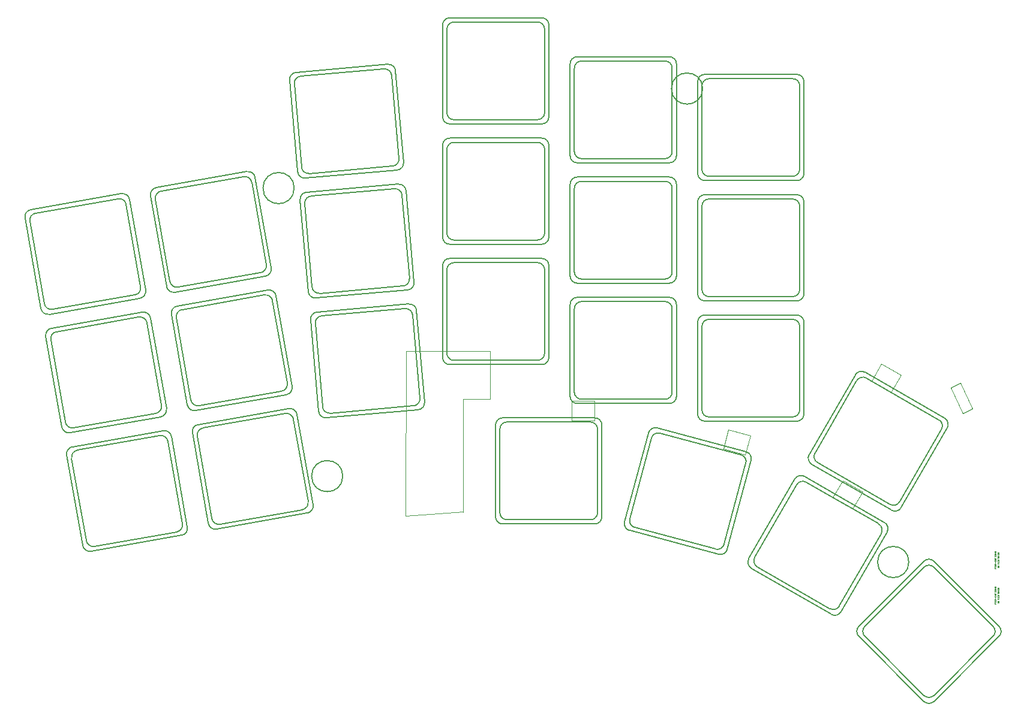
<source format=gbr>
%TF.GenerationSoftware,KiCad,Pcbnew,(6.0.8)*%
%TF.CreationDate,2022-10-10T20:06:03-07:00*%
%TF.ProjectId,hillside46,68696c6c-7369-4646-9534-362e6b696361,0.1.0*%
%TF.SameCoordinates,Original*%
%TF.FileFunction,Other,Comment*%
%FSLAX46Y46*%
G04 Gerber Fmt 4.6, Leading zero omitted, Abs format (unit mm)*
G04 Created by KiCad (PCBNEW (6.0.8)) date 2022-10-10 20:06:03*
%MOMM*%
%LPD*%
G01*
G04 APERTURE LIST*
%ADD10C,0.030000*%
%ADD11C,0.120000*%
%ADD12C,0.150000*%
G04 APERTURE END LIST*
D10*
%TO.C,SW1*%
X213481342Y-119370012D02*
X213281342Y-119370012D01*
X213481342Y-119255726D01*
X213281342Y-119255726D01*
X213481342Y-119131917D02*
X213471818Y-119150964D01*
X213462294Y-119160488D01*
X213443246Y-119170012D01*
X213386104Y-119170012D01*
X213367056Y-119160488D01*
X213357532Y-119150964D01*
X213348008Y-119131917D01*
X213348008Y-119103345D01*
X213357532Y-119084298D01*
X213367056Y-119074774D01*
X213386104Y-119065250D01*
X213443246Y-119065250D01*
X213462294Y-119074774D01*
X213471818Y-119084298D01*
X213481342Y-119103345D01*
X213481342Y-119131917D01*
X213376580Y-118760488D02*
X213376580Y-118827155D01*
X213481342Y-118827155D02*
X213281342Y-118827155D01*
X213281342Y-118731917D01*
X213462294Y-118655726D02*
X213471818Y-118646202D01*
X213481342Y-118655726D01*
X213471818Y-118665250D01*
X213462294Y-118655726D01*
X213481342Y-118655726D01*
X213462294Y-118446202D02*
X213471818Y-118455726D01*
X213481342Y-118484298D01*
X213481342Y-118503345D01*
X213471818Y-118531917D01*
X213452770Y-118550964D01*
X213433723Y-118560488D01*
X213395627Y-118570012D01*
X213367056Y-118570012D01*
X213328961Y-118560488D01*
X213309913Y-118550964D01*
X213290866Y-118531917D01*
X213281342Y-118503345D01*
X213281342Y-118484298D01*
X213290866Y-118455726D01*
X213300389Y-118446202D01*
X213348008Y-118274774D02*
X213481342Y-118274774D01*
X213348008Y-118360488D02*
X213452770Y-118360488D01*
X213471818Y-118350964D01*
X213481342Y-118331917D01*
X213481342Y-118303345D01*
X213471818Y-118284298D01*
X213462294Y-118274774D01*
X213348008Y-118055726D02*
X213348008Y-117979536D01*
X213281342Y-118027155D02*
X213452770Y-118027155D01*
X213471818Y-118017631D01*
X213481342Y-117998583D01*
X213481342Y-117979536D01*
X213481342Y-117912869D02*
X213348008Y-117912869D01*
X213386104Y-117912869D02*
X213367056Y-117903345D01*
X213357532Y-117893821D01*
X213348008Y-117874774D01*
X213348008Y-117855726D01*
X213481342Y-117703345D02*
X213376580Y-117703345D01*
X213357532Y-117712869D01*
X213348008Y-117731917D01*
X213348008Y-117770012D01*
X213357532Y-117789060D01*
X213471818Y-117703345D02*
X213481342Y-117722393D01*
X213481342Y-117770012D01*
X213471818Y-117789060D01*
X213452770Y-117798583D01*
X213433723Y-117798583D01*
X213414675Y-117789060D01*
X213405151Y-117770012D01*
X213405151Y-117722393D01*
X213395627Y-117703345D01*
X213471818Y-117522393D02*
X213481342Y-117541440D01*
X213481342Y-117579536D01*
X213471818Y-117598583D01*
X213462294Y-117608107D01*
X213443246Y-117617631D01*
X213386104Y-117617631D01*
X213367056Y-117608107D01*
X213357532Y-117598583D01*
X213348008Y-117579536D01*
X213348008Y-117541440D01*
X213357532Y-117522393D01*
X213481342Y-117436679D02*
X213281342Y-117436679D01*
X213405151Y-117417631D02*
X213481342Y-117360488D01*
X213348008Y-117360488D02*
X213424199Y-117436679D01*
X213471818Y-117284298D02*
X213481342Y-117265250D01*
X213481342Y-117227155D01*
X213471818Y-117208107D01*
X213452770Y-117198583D01*
X213443246Y-117198583D01*
X213424199Y-117208107D01*
X213414675Y-117227155D01*
X213414675Y-117255726D01*
X213405151Y-117274774D01*
X213386104Y-117284298D01*
X213376580Y-117284298D01*
X213357532Y-117274774D01*
X213348008Y-117255726D01*
X213348008Y-117227155D01*
X213357532Y-117208107D01*
X213081342Y-119503345D02*
X212881342Y-119503345D01*
X213081342Y-119389060D02*
X212967056Y-119474774D01*
X212881342Y-119389060D02*
X212995627Y-119503345D01*
X212976580Y-119303345D02*
X212976580Y-119236679D01*
X213081342Y-119208107D02*
X213081342Y-119303345D01*
X212881342Y-119303345D01*
X212881342Y-119208107D01*
X212976580Y-119122393D02*
X212976580Y-119055726D01*
X213081342Y-119027155D02*
X213081342Y-119122393D01*
X212881342Y-119122393D01*
X212881342Y-119027155D01*
X213081342Y-118941440D02*
X212881342Y-118941440D01*
X212881342Y-118865250D01*
X212890866Y-118846202D01*
X212900389Y-118836679D01*
X212919437Y-118827155D01*
X212948008Y-118827155D01*
X212967056Y-118836679D01*
X212976580Y-118846202D01*
X212986104Y-118865250D01*
X212986104Y-118941440D01*
X213005151Y-118741440D02*
X213005151Y-118589060D01*
X212881342Y-118455726D02*
X212881342Y-118417631D01*
X212890866Y-118398583D01*
X212909913Y-118379536D01*
X212948008Y-118370012D01*
X213014675Y-118370012D01*
X213052770Y-118379536D01*
X213071818Y-118398583D01*
X213081342Y-118417631D01*
X213081342Y-118455726D01*
X213071818Y-118474774D01*
X213052770Y-118493821D01*
X213014675Y-118503345D01*
X212948008Y-118503345D01*
X212909913Y-118493821D01*
X212890866Y-118474774D01*
X212881342Y-118455726D01*
X212881342Y-118284298D02*
X213043246Y-118284298D01*
X213062294Y-118274774D01*
X213071818Y-118265250D01*
X213081342Y-118246202D01*
X213081342Y-118208107D01*
X213071818Y-118189060D01*
X213062294Y-118179536D01*
X213043246Y-118170012D01*
X212881342Y-118170012D01*
X212881342Y-118103345D02*
X212881342Y-117989060D01*
X213081342Y-118046202D02*
X212881342Y-118046202D01*
X212881342Y-117789060D02*
X212881342Y-117655726D01*
X213081342Y-117789060D01*
X213081342Y-117655726D01*
X212881342Y-117541440D02*
X212881342Y-117503345D01*
X212890866Y-117484298D01*
X212909913Y-117465250D01*
X212948008Y-117455726D01*
X213014675Y-117455726D01*
X213052770Y-117465250D01*
X213071818Y-117484298D01*
X213081342Y-117503345D01*
X213081342Y-117541440D01*
X213071818Y-117560488D01*
X213052770Y-117579536D01*
X213014675Y-117589060D01*
X212948008Y-117589060D01*
X212909913Y-117579536D01*
X212890866Y-117560488D01*
X212881342Y-117541440D01*
X213081342Y-117370012D02*
X212881342Y-117370012D01*
X213081342Y-117255726D01*
X212881342Y-117255726D01*
X212976580Y-117160488D02*
X212976580Y-117093821D01*
X213081342Y-117065250D02*
X213081342Y-117160488D01*
X212881342Y-117160488D01*
X212881342Y-117065250D01*
X213081342Y-124503345D02*
X212881342Y-124503345D01*
X213081342Y-124389060D02*
X212967056Y-124474774D01*
X212881342Y-124389060D02*
X212995627Y-124503345D01*
X212976580Y-124303345D02*
X212976580Y-124236679D01*
X213081342Y-124208107D02*
X213081342Y-124303345D01*
X212881342Y-124303345D01*
X212881342Y-124208107D01*
X212976580Y-124122393D02*
X212976580Y-124055726D01*
X213081342Y-124027155D02*
X213081342Y-124122393D01*
X212881342Y-124122393D01*
X212881342Y-124027155D01*
X213081342Y-123941440D02*
X212881342Y-123941440D01*
X212881342Y-123865250D01*
X212890866Y-123846202D01*
X212900389Y-123836679D01*
X212919437Y-123827155D01*
X212948008Y-123827155D01*
X212967056Y-123836679D01*
X212976580Y-123846202D01*
X212986104Y-123865250D01*
X212986104Y-123941440D01*
X213005151Y-123741440D02*
X213005151Y-123589060D01*
X212881342Y-123455726D02*
X212881342Y-123417631D01*
X212890866Y-123398583D01*
X212909913Y-123379536D01*
X212948008Y-123370012D01*
X213014675Y-123370012D01*
X213052770Y-123379536D01*
X213071818Y-123398583D01*
X213081342Y-123417631D01*
X213081342Y-123455726D01*
X213071818Y-123474774D01*
X213052770Y-123493821D01*
X213014675Y-123503345D01*
X212948008Y-123503345D01*
X212909913Y-123493821D01*
X212890866Y-123474774D01*
X212881342Y-123455726D01*
X212881342Y-123284298D02*
X213043246Y-123284298D01*
X213062294Y-123274774D01*
X213071818Y-123265250D01*
X213081342Y-123246202D01*
X213081342Y-123208107D01*
X213071818Y-123189060D01*
X213062294Y-123179536D01*
X213043246Y-123170012D01*
X212881342Y-123170012D01*
X212881342Y-123103345D02*
X212881342Y-122989060D01*
X213081342Y-123046202D02*
X212881342Y-123046202D01*
X212881342Y-122789060D02*
X212881342Y-122655726D01*
X213081342Y-122789060D01*
X213081342Y-122655726D01*
X212881342Y-122541440D02*
X212881342Y-122503345D01*
X212890866Y-122484298D01*
X212909913Y-122465250D01*
X212948008Y-122455726D01*
X213014675Y-122455726D01*
X213052770Y-122465250D01*
X213071818Y-122484298D01*
X213081342Y-122503345D01*
X213081342Y-122541440D01*
X213071818Y-122560488D01*
X213052770Y-122579536D01*
X213014675Y-122589060D01*
X212948008Y-122589060D01*
X212909913Y-122579536D01*
X212890866Y-122560488D01*
X212881342Y-122541440D01*
X213081342Y-122370012D02*
X212881342Y-122370012D01*
X213081342Y-122255726D01*
X212881342Y-122255726D01*
X212976580Y-122160488D02*
X212976580Y-122093821D01*
X213081342Y-122065250D02*
X213081342Y-122160488D01*
X212881342Y-122160488D01*
X212881342Y-122065250D01*
X213481342Y-124370012D02*
X213281342Y-124370012D01*
X213481342Y-124255726D01*
X213281342Y-124255726D01*
X213481342Y-124131917D02*
X213471818Y-124150964D01*
X213462294Y-124160488D01*
X213443246Y-124170012D01*
X213386104Y-124170012D01*
X213367056Y-124160488D01*
X213357532Y-124150964D01*
X213348008Y-124131917D01*
X213348008Y-124103345D01*
X213357532Y-124084298D01*
X213367056Y-124074774D01*
X213386104Y-124065250D01*
X213443246Y-124065250D01*
X213462294Y-124074774D01*
X213471818Y-124084298D01*
X213481342Y-124103345D01*
X213481342Y-124131917D01*
X213376580Y-123760488D02*
X213376580Y-123827155D01*
X213481342Y-123827155D02*
X213281342Y-123827155D01*
X213281342Y-123731917D01*
X213462294Y-123655726D02*
X213471818Y-123646202D01*
X213481342Y-123655726D01*
X213471818Y-123665250D01*
X213462294Y-123655726D01*
X213481342Y-123655726D01*
X213462294Y-123446202D02*
X213471818Y-123455726D01*
X213481342Y-123484298D01*
X213481342Y-123503345D01*
X213471818Y-123531917D01*
X213452770Y-123550964D01*
X213433723Y-123560488D01*
X213395627Y-123570012D01*
X213367056Y-123570012D01*
X213328961Y-123560488D01*
X213309913Y-123550964D01*
X213290866Y-123531917D01*
X213281342Y-123503345D01*
X213281342Y-123484298D01*
X213290866Y-123455726D01*
X213300389Y-123446202D01*
X213348008Y-123274774D02*
X213481342Y-123274774D01*
X213348008Y-123360488D02*
X213452770Y-123360488D01*
X213471818Y-123350964D01*
X213481342Y-123331917D01*
X213481342Y-123303345D01*
X213471818Y-123284298D01*
X213462294Y-123274774D01*
X213348008Y-123055726D02*
X213348008Y-122979536D01*
X213281342Y-123027155D02*
X213452770Y-123027155D01*
X213471818Y-123017631D01*
X213481342Y-122998583D01*
X213481342Y-122979536D01*
X213481342Y-122912869D02*
X213348008Y-122912869D01*
X213386104Y-122912869D02*
X213367056Y-122903345D01*
X213357532Y-122893821D01*
X213348008Y-122874774D01*
X213348008Y-122855726D01*
X213481342Y-122703345D02*
X213376580Y-122703345D01*
X213357532Y-122712869D01*
X213348008Y-122731917D01*
X213348008Y-122770012D01*
X213357532Y-122789060D01*
X213471818Y-122703345D02*
X213481342Y-122722393D01*
X213481342Y-122770012D01*
X213471818Y-122789060D01*
X213452770Y-122798583D01*
X213433723Y-122798583D01*
X213414675Y-122789060D01*
X213405151Y-122770012D01*
X213405151Y-122722393D01*
X213395627Y-122703345D01*
X213471818Y-122522393D02*
X213481342Y-122541440D01*
X213481342Y-122579536D01*
X213471818Y-122598583D01*
X213462294Y-122608107D01*
X213443246Y-122617631D01*
X213386104Y-122617631D01*
X213367056Y-122608107D01*
X213357532Y-122598583D01*
X213348008Y-122579536D01*
X213348008Y-122541440D01*
X213357532Y-122522393D01*
X213481342Y-122436679D02*
X213281342Y-122436679D01*
X213405151Y-122417631D02*
X213481342Y-122360488D01*
X213348008Y-122360488D02*
X213424199Y-122436679D01*
X213471818Y-122284298D02*
X213481342Y-122265250D01*
X213481342Y-122227155D01*
X213471818Y-122208107D01*
X213452770Y-122198583D01*
X213443246Y-122198583D01*
X213424199Y-122208107D01*
X213414675Y-122227155D01*
X213414675Y-122255726D01*
X213405151Y-122274774D01*
X213386104Y-122284298D01*
X213376580Y-122284298D01*
X213357532Y-122274774D01*
X213348008Y-122255726D01*
X213348008Y-122227155D01*
X213357532Y-122208107D01*
D11*
%TO.C,D3*%
X175322379Y-99878790D02*
X178413342Y-100707011D01*
X178413342Y-100707011D02*
X177688649Y-103411604D01*
X174597686Y-102583383D02*
X175322379Y-99878790D01*
X177688649Y-103411604D02*
X174597686Y-102583383D01*
%TO.C,D2*%
X191472397Y-107055508D02*
X194243679Y-108655508D01*
X192843679Y-111080380D02*
X190072397Y-109480380D01*
X190072397Y-109480380D02*
X191472397Y-107055508D01*
X194243679Y-108655508D02*
X192843679Y-111080380D01*
D12*
%TO.C,K13*%
X84201024Y-116255837D02*
X81943598Y-103453336D01*
X82754757Y-102294880D02*
X95557258Y-100037454D01*
X96229018Y-101543687D02*
X98278067Y-113164418D01*
X83449831Y-102781576D02*
X95070562Y-100732527D01*
X97466907Y-114322874D02*
X85846176Y-116371923D01*
X96715714Y-100848613D02*
X98973140Y-113651114D01*
X98161981Y-114809570D02*
X85359480Y-117066996D01*
X84687720Y-115560763D02*
X82638671Y-103940032D01*
X84687720Y-115560763D02*
G75*
G03*
X85846176Y-116371923I984807J173647D01*
G01*
X97466907Y-114322874D02*
G75*
G03*
X98278067Y-113164418I-173648J984808D01*
G01*
X96715713Y-100848613D02*
G75*
G03*
X95557258Y-100037454I-984807J-173648D01*
G01*
X82754757Y-102294881D02*
G75*
G03*
X81943598Y-103453336I173647J-984806D01*
G01*
X98161981Y-114809569D02*
G75*
G03*
X98973140Y-113651114I-173648J984807D01*
G01*
X83449831Y-102781576D02*
G75*
G03*
X82638671Y-103940032I173647J-984807D01*
G01*
X96229018Y-101543687D02*
G75*
G03*
X95070562Y-100732527I-984808J-173648D01*
G01*
X84201025Y-116255837D02*
G75*
G03*
X85359480Y-117066996I984806J173647D01*
G01*
%TO.C,K14*%
X100481294Y-99169209D02*
X113283795Y-96911783D01*
X113955555Y-98418016D02*
X116004604Y-110038747D01*
X101176368Y-99655905D02*
X112797099Y-97606856D01*
X102414257Y-112435092D02*
X100365208Y-100814361D01*
X115193444Y-111197203D02*
X103572713Y-113246252D01*
X114442251Y-97722942D02*
X116699677Y-110525443D01*
X115888518Y-111683899D02*
X103086017Y-113941325D01*
X101927561Y-113130166D02*
X99670135Y-100327665D01*
X114442250Y-97722942D02*
G75*
G03*
X113283795Y-96911783I-984807J-173648D01*
G01*
X101176368Y-99655905D02*
G75*
G03*
X100365208Y-100814361I173647J-984807D01*
G01*
X100481294Y-99169210D02*
G75*
G03*
X99670135Y-100327665I173647J-984806D01*
G01*
X102414257Y-112435092D02*
G75*
G03*
X103572713Y-113246252I984807J173647D01*
G01*
X115888518Y-111683898D02*
G75*
G03*
X116699677Y-110525443I-173648J984807D01*
G01*
X115193444Y-111197203D02*
G75*
G03*
X116004604Y-110038747I-173648J984808D01*
G01*
X113955555Y-98418016D02*
G75*
G03*
X112797099Y-97606856I-984808J-173648D01*
G01*
X101927562Y-113130166D02*
G75*
G03*
X103086017Y-113941325I984806J173647D01*
G01*
%TO.C,K1*%
X90811680Y-67365144D02*
X93069106Y-80167645D01*
X78296990Y-82772368D02*
X76039564Y-69969867D01*
X90324984Y-68060218D02*
X92374033Y-79680949D01*
X78783686Y-82077294D02*
X76734637Y-70456563D01*
X77545797Y-69298107D02*
X89166528Y-67249058D01*
X92257947Y-81326101D02*
X79455446Y-83583527D01*
X76850723Y-68811411D02*
X89653224Y-66553985D01*
X91562873Y-80839405D02*
X79942142Y-82888454D01*
X76850723Y-68811412D02*
G75*
G03*
X76039564Y-69969867I173648J-984807D01*
G01*
X90811679Y-67365144D02*
G75*
G03*
X89653224Y-66553985I-984806J-173647D01*
G01*
X91562873Y-80839405D02*
G75*
G03*
X92374033Y-79680949I-173647J984807D01*
G01*
X92257947Y-81326100D02*
G75*
G03*
X93069106Y-80167645I-173647J984806D01*
G01*
X90324984Y-68060218D02*
G75*
G03*
X89166528Y-67249058I-984807J-173647D01*
G01*
X78296991Y-82772368D02*
G75*
G03*
X79455446Y-83583527I984807J173648D01*
G01*
X77545797Y-69298107D02*
G75*
G03*
X76734637Y-70456563I173648J-984808D01*
G01*
X78783686Y-82077294D02*
G75*
G03*
X79942142Y-82888454I984808J173648D01*
G01*
%TO.C,K3*%
X114311657Y-49396307D02*
X127262188Y-48263282D01*
X127800116Y-49822332D02*
X128828553Y-61577429D01*
X114961668Y-49941730D02*
X126716765Y-48913293D01*
X128569525Y-63206203D02*
X115618994Y-64339228D01*
X128345539Y-49172321D02*
X129478564Y-62122852D01*
X114535643Y-63430189D02*
X113402618Y-50479658D01*
X115081066Y-62780178D02*
X114052629Y-51025081D01*
X127919514Y-62660780D02*
X116164417Y-63689217D01*
X127800115Y-49822332D02*
G75*
G03*
X126716765Y-48913293I-996193J-87154D01*
G01*
X127919514Y-62660779D02*
G75*
G03*
X128828553Y-61577429I-87154J996193D01*
G01*
X114535643Y-63430189D02*
G75*
G03*
X115618994Y-64339228I996195J87156D01*
G01*
X128345539Y-49172321D02*
G75*
G03*
X127262188Y-48263282I-996194J-87155D01*
G01*
X114961668Y-49941731D02*
G75*
G03*
X114052629Y-51025081I87155J-996194D01*
G01*
X128569525Y-63206203D02*
G75*
G03*
X129478564Y-62122852I-87155J996194D01*
G01*
X114311657Y-49396307D02*
G75*
G03*
X113402618Y-50479658I87156J-996195D01*
G01*
X115081067Y-62780178D02*
G75*
G03*
X116164417Y-63689217I996194J87155D01*
G01*
%TO.C,K4*%
X149390869Y-43289062D02*
X149390869Y-55089062D01*
X134990869Y-55689062D02*
X134990869Y-42689062D01*
X149990869Y-42689062D02*
X149990869Y-55689062D01*
X136590869Y-42289062D02*
X148390869Y-42289062D01*
X135590869Y-55089062D02*
X135590869Y-43289062D01*
X148390869Y-56089062D02*
X136590869Y-56089062D01*
X135990869Y-41689062D02*
X148990869Y-41689062D01*
X148990869Y-56689062D02*
X135990869Y-56689062D01*
X149390869Y-43289062D02*
G75*
G03*
X148390869Y-42289062I-999999J1D01*
G01*
X136590869Y-42289062D02*
G75*
G03*
X135590869Y-43289062I0J-1000000D01*
G01*
X148390869Y-56089062D02*
G75*
G03*
X149390869Y-55089062I1J999999D01*
G01*
X149990869Y-42689062D02*
G75*
G03*
X148990869Y-41689062I-999999J1D01*
G01*
X148990869Y-56689062D02*
G75*
G03*
X149990869Y-55689062I1J999999D01*
G01*
X135990869Y-41689062D02*
G75*
G03*
X134990869Y-42689062I0J-1000000D01*
G01*
X134990869Y-55689062D02*
G75*
G03*
X135990869Y-56689062I1000000J0D01*
G01*
X135590869Y-55089062D02*
G75*
G03*
X136590869Y-56089062I1000000J0D01*
G01*
%TO.C,K8*%
X112241428Y-94455475D02*
X100620697Y-96504524D01*
X111490235Y-80981214D02*
X113747661Y-93783715D01*
X98975545Y-96388438D02*
X96718119Y-83585937D01*
X111003539Y-81676288D02*
X113052588Y-93297019D01*
X97529278Y-82427481D02*
X110331779Y-80170055D01*
X98224352Y-82914177D02*
X109845083Y-80865128D01*
X99462241Y-95693364D02*
X97413192Y-84072633D01*
X112936502Y-94942171D02*
X100134001Y-97199597D01*
X111003539Y-81676288D02*
G75*
G03*
X109845083Y-80865128I-984807J-173647D01*
G01*
X112241428Y-94455475D02*
G75*
G03*
X113052588Y-93297019I-173647J984807D01*
G01*
X97529278Y-82427482D02*
G75*
G03*
X96718119Y-83585937I173648J-984807D01*
G01*
X99462241Y-95693364D02*
G75*
G03*
X100620697Y-96504524I984808J173648D01*
G01*
X98975546Y-96388438D02*
G75*
G03*
X100134001Y-97199597I984807J173648D01*
G01*
X111490234Y-80981214D02*
G75*
G03*
X110331779Y-80170055I-984806J-173647D01*
G01*
X112936502Y-94942170D02*
G75*
G03*
X113747661Y-93783715I-173647J984806D01*
G01*
X98224352Y-82914177D02*
G75*
G03*
X97413192Y-84072633I173648J-984808D01*
G01*
%TO.C,K9*%
X129281766Y-66757637D02*
X130310203Y-78512734D01*
X129401164Y-79596085D02*
X117646067Y-80624522D01*
X129827189Y-66107626D02*
X130960214Y-79058157D01*
X130051175Y-80141508D02*
X117100644Y-81274533D01*
X116562716Y-79715483D02*
X115534279Y-67960386D01*
X116017293Y-80365494D02*
X114884268Y-67414963D01*
X116443318Y-66877035D02*
X128198415Y-65848598D01*
X115793307Y-66331612D02*
X128743838Y-65198587D01*
X115793307Y-66331612D02*
G75*
G03*
X114884268Y-67414963I87156J-996195D01*
G01*
X129827189Y-66107626D02*
G75*
G03*
X128743838Y-65198587I-996194J-87155D01*
G01*
X129281765Y-66757637D02*
G75*
G03*
X128198415Y-65848598I-996193J-87154D01*
G01*
X130051175Y-80141508D02*
G75*
G03*
X130960214Y-79058157I-87155J996194D01*
G01*
X116562717Y-79715483D02*
G75*
G03*
X117646067Y-80624522I996194J87155D01*
G01*
X116443318Y-66877036D02*
G75*
G03*
X115534279Y-67960386I87155J-996194D01*
G01*
X116017293Y-80365494D02*
G75*
G03*
X117100644Y-81274533I996195J87156D01*
G01*
X129401164Y-79596084D02*
G75*
G03*
X130310203Y-78512734I-87154J996193D01*
G01*
%TO.C,K10*%
X136590862Y-59289064D02*
X148390862Y-59289064D01*
X149990862Y-59689064D02*
X149990862Y-72689064D01*
X148390862Y-73089064D02*
X136590862Y-73089064D01*
X135590862Y-72089064D02*
X135590862Y-60289064D01*
X148990862Y-73689064D02*
X135990862Y-73689064D01*
X149390862Y-60289064D02*
X149390862Y-72089064D01*
X135990862Y-58689064D02*
X148990862Y-58689064D01*
X134990862Y-72689064D02*
X134990862Y-59689064D01*
X135990862Y-58689064D02*
G75*
G03*
X134990862Y-59689064I0J-1000000D01*
G01*
X136590862Y-59289064D02*
G75*
G03*
X135590862Y-60289064I0J-1000000D01*
G01*
X148390862Y-73089064D02*
G75*
G03*
X149390862Y-72089064I1J999999D01*
G01*
X149990862Y-59689064D02*
G75*
G03*
X148990862Y-58689064I-999999J1D01*
G01*
X135590862Y-72089064D02*
G75*
G03*
X136590862Y-73089064I1000000J0D01*
G01*
X148990862Y-73689064D02*
G75*
G03*
X149990862Y-72689064I1J999999D01*
G01*
X134990862Y-72689064D02*
G75*
G03*
X135990862Y-73689064I1000000J0D01*
G01*
X149390862Y-60289064D02*
G75*
G03*
X148390862Y-59289064I-999999J1D01*
G01*
%TO.C,K15*%
X117498933Y-97300801D02*
X116365908Y-84350270D01*
X118044356Y-96650790D02*
X117015919Y-84895693D01*
X117924958Y-83812342D02*
X129680055Y-82783905D01*
X131532815Y-97076815D02*
X118582284Y-98209840D01*
X130882804Y-96531392D02*
X119127707Y-97559829D01*
X130763406Y-83692944D02*
X131791843Y-95448041D01*
X131308829Y-83042933D02*
X132441854Y-95993464D01*
X117274947Y-83266919D02*
X130225478Y-82133894D01*
X118044357Y-96650790D02*
G75*
G03*
X119127707Y-97559829I996194J87155D01*
G01*
X117924958Y-83812343D02*
G75*
G03*
X117015919Y-84895693I87155J-996194D01*
G01*
X117498933Y-97300801D02*
G75*
G03*
X118582284Y-98209840I996195J87156D01*
G01*
X130882804Y-96531391D02*
G75*
G03*
X131791843Y-95448041I-87154J996193D01*
G01*
X130763405Y-83692944D02*
G75*
G03*
X129680055Y-82783905I-996193J-87154D01*
G01*
X117274947Y-83266919D02*
G75*
G03*
X116365908Y-84350270I87156J-996195D01*
G01*
X131308829Y-83042933D02*
G75*
G03*
X130225478Y-82133894I-996194J-87155D01*
G01*
X131532815Y-97076815D02*
G75*
G03*
X132441854Y-95993464I-87155J996194D01*
G01*
%TO.C,K16*%
X148390864Y-90089063D02*
X136590864Y-90089063D01*
X149990864Y-76689063D02*
X149990864Y-89689063D01*
X135590864Y-89089063D02*
X135590864Y-77289063D01*
X148990864Y-90689063D02*
X135990864Y-90689063D01*
X149390864Y-77289063D02*
X149390864Y-89089063D01*
X136590864Y-76289063D02*
X148390864Y-76289063D01*
X135990864Y-75689063D02*
X148990864Y-75689063D01*
X134990864Y-89689063D02*
X134990864Y-76689063D01*
X135990864Y-75689063D02*
G75*
G03*
X134990864Y-76689063I0J-1000000D01*
G01*
X149390864Y-77289063D02*
G75*
G03*
X148390864Y-76289063I-999999J1D01*
G01*
X136590864Y-76289063D02*
G75*
G03*
X135590864Y-77289063I0J-1000000D01*
G01*
X134990864Y-89689063D02*
G75*
G03*
X135990864Y-90689063I1000000J0D01*
G01*
X148390864Y-90089063D02*
G75*
G03*
X149390864Y-89089063I1J999999D01*
G01*
X149990864Y-76689063D02*
G75*
G03*
X148990864Y-75689063I-999999J1D01*
G01*
X148990864Y-90689063D02*
G75*
G03*
X149990864Y-89689063I1J999999D01*
G01*
X135590864Y-89089063D02*
G75*
G03*
X136590864Y-90089063I1000000J0D01*
G01*
%TO.C,K5*%
X154590866Y-47789071D02*
X166390866Y-47789071D01*
X166390866Y-61589071D02*
X154590866Y-61589071D01*
X167990866Y-48189071D02*
X167990866Y-61189071D01*
X153990866Y-47189071D02*
X166990866Y-47189071D01*
X166990866Y-62189071D02*
X153990866Y-62189071D01*
X167390866Y-48789071D02*
X167390866Y-60589071D01*
X153590866Y-60589071D02*
X153590866Y-48789071D01*
X152990866Y-61189071D02*
X152990866Y-48189071D01*
X166390866Y-61589071D02*
G75*
G03*
X167390866Y-60589071I1J999999D01*
G01*
X167390866Y-48789071D02*
G75*
G03*
X166390866Y-47789071I-999999J1D01*
G01*
X166990866Y-62189071D02*
G75*
G03*
X167990866Y-61189071I1J999999D01*
G01*
X152990866Y-61189071D02*
G75*
G03*
X153990866Y-62189071I1000000J0D01*
G01*
X153590866Y-60589071D02*
G75*
G03*
X154590866Y-61589071I1000000J0D01*
G01*
X154590866Y-47789071D02*
G75*
G03*
X153590866Y-48789071I0J-1000000D01*
G01*
X153990866Y-47189071D02*
G75*
G03*
X152990866Y-48189071I0J-1000000D01*
G01*
X167990866Y-48189071D02*
G75*
G03*
X166990866Y-47189071I-999999J1D01*
G01*
%TO.C,K6*%
X171990870Y-49689063D02*
X184990870Y-49689063D01*
X185390870Y-51289063D02*
X185390870Y-63089063D01*
X171590870Y-63089063D02*
X171590870Y-51289063D01*
X184390870Y-64089063D02*
X172590870Y-64089063D01*
X184990870Y-64689063D02*
X171990870Y-64689063D01*
X185990870Y-50689063D02*
X185990870Y-63689063D01*
X170990870Y-63689063D02*
X170990870Y-50689063D01*
X172590870Y-50289063D02*
X184390870Y-50289063D01*
X171590870Y-63089063D02*
G75*
G03*
X172590870Y-64089063I1000000J0D01*
G01*
X184990870Y-64689063D02*
G75*
G03*
X185990870Y-63689063I1J999999D01*
G01*
X185390870Y-51289063D02*
G75*
G03*
X184390870Y-50289063I-999999J1D01*
G01*
X185990870Y-50689063D02*
G75*
G03*
X184990870Y-49689063I-999999J1D01*
G01*
X170990870Y-63689063D02*
G75*
G03*
X171990870Y-64689063I1000000J0D01*
G01*
X184390870Y-64089063D02*
G75*
G03*
X185390870Y-63089063I1J999999D01*
G01*
X172590870Y-50289063D02*
G75*
G03*
X171590870Y-51289063I0J-1000000D01*
G01*
X171990870Y-49689063D02*
G75*
G03*
X170990870Y-50689063I0J-1000000D01*
G01*
%TO.C,K11*%
X152990858Y-78189068D02*
X152990858Y-65189068D01*
X153990858Y-64189068D02*
X166990858Y-64189068D01*
X166990858Y-79189068D02*
X153990858Y-79189068D01*
X154590858Y-64789068D02*
X166390858Y-64789068D01*
X153590858Y-77589068D02*
X153590858Y-65789068D01*
X167990858Y-65189068D02*
X167990858Y-78189068D01*
X166390858Y-78589068D02*
X154590858Y-78589068D01*
X167390858Y-65789068D02*
X167390858Y-77589068D01*
X154590858Y-64789068D02*
G75*
G03*
X153590858Y-65789068I0J-1000000D01*
G01*
X152990858Y-78189068D02*
G75*
G03*
X153990858Y-79189068I1000000J0D01*
G01*
X167390858Y-65789068D02*
G75*
G03*
X166390858Y-64789068I-999999J1D01*
G01*
X167990858Y-65189068D02*
G75*
G03*
X166990858Y-64189068I-999999J1D01*
G01*
X166390858Y-78589068D02*
G75*
G03*
X167390858Y-77589068I1J999999D01*
G01*
X153590858Y-77589068D02*
G75*
G03*
X154590858Y-78589068I1000000J0D01*
G01*
X153990858Y-64189068D02*
G75*
G03*
X152990858Y-65189068I0J-1000000D01*
G01*
X166990858Y-79189068D02*
G75*
G03*
X167990858Y-78189068I1J999999D01*
G01*
%TO.C,K12*%
X171990862Y-66689064D02*
X184990862Y-66689064D01*
X185990862Y-67689064D02*
X185990862Y-80689064D01*
X184390862Y-81089064D02*
X172590862Y-81089064D01*
X184990862Y-81689064D02*
X171990862Y-81689064D01*
X172590862Y-67289064D02*
X184390862Y-67289064D01*
X170990862Y-80689064D02*
X170990862Y-67689064D01*
X185390862Y-68289064D02*
X185390862Y-80089064D01*
X171590862Y-80089064D02*
X171590862Y-68289064D01*
X184390862Y-81089064D02*
G75*
G03*
X185390862Y-80089064I1J999999D01*
G01*
X170990862Y-80689064D02*
G75*
G03*
X171990862Y-81689064I1000000J0D01*
G01*
X184990862Y-81689064D02*
G75*
G03*
X185990862Y-80689064I1J999999D01*
G01*
X185990862Y-67689064D02*
G75*
G03*
X184990862Y-66689064I-999999J1D01*
G01*
X172590862Y-67289064D02*
G75*
G03*
X171590862Y-68289064I0J-1000000D01*
G01*
X171990862Y-66689064D02*
G75*
G03*
X170990862Y-67689064I0J-1000000D01*
G01*
X171590862Y-80089064D02*
G75*
G03*
X172590862Y-81089064I1000000J0D01*
G01*
X185390862Y-68289064D02*
G75*
G03*
X184390862Y-67289064I-999999J1D01*
G01*
%TO.C,K17*%
X166990865Y-96189063D02*
X153990865Y-96189063D01*
X153990865Y-81189063D02*
X166990865Y-81189063D01*
X166390865Y-95589063D02*
X154590865Y-95589063D01*
X152990865Y-95189063D02*
X152990865Y-82189063D01*
X167390865Y-82789063D02*
X167390865Y-94589063D01*
X167990865Y-82189063D02*
X167990865Y-95189063D01*
X154590865Y-81789063D02*
X166390865Y-81789063D01*
X153590865Y-94589063D02*
X153590865Y-82789063D01*
X166390865Y-95589063D02*
G75*
G03*
X167390865Y-94589063I1J999999D01*
G01*
X152990865Y-95189063D02*
G75*
G03*
X153990865Y-96189063I1000000J0D01*
G01*
X154590865Y-81789063D02*
G75*
G03*
X153590865Y-82789063I0J-1000000D01*
G01*
X153990865Y-81189063D02*
G75*
G03*
X152990865Y-82189063I0J-1000000D01*
G01*
X166990865Y-96189063D02*
G75*
G03*
X167990865Y-95189063I1J999999D01*
G01*
X167390865Y-82789063D02*
G75*
G03*
X166390865Y-81789063I-999999J1D01*
G01*
X167990865Y-82189063D02*
G75*
G03*
X166990865Y-81189063I-999999J1D01*
G01*
X153590865Y-94589063D02*
G75*
G03*
X154590865Y-95589063I1000000J0D01*
G01*
%TO.C,K18*%
X185390866Y-85289061D02*
X185390866Y-97089061D01*
X170990866Y-97689061D02*
X170990866Y-84689061D01*
X184390866Y-98089061D02*
X172590866Y-98089061D01*
X184990866Y-98689061D02*
X171990866Y-98689061D01*
X171990866Y-83689061D02*
X184990866Y-83689061D01*
X185990866Y-84689061D02*
X185990866Y-97689061D01*
X172590866Y-84289061D02*
X184390866Y-84289061D01*
X171590866Y-97089061D02*
X171590866Y-85289061D01*
X171990866Y-83689061D02*
G75*
G03*
X170990866Y-84689061I0J-1000000D01*
G01*
X184990866Y-98689061D02*
G75*
G03*
X185990866Y-97689061I1J999999D01*
G01*
X185990866Y-84689061D02*
G75*
G03*
X184990866Y-83689061I-999999J1D01*
G01*
X170990866Y-97689061D02*
G75*
G03*
X171990866Y-98689061I1000000J0D01*
G01*
X171590866Y-97089061D02*
G75*
G03*
X172590866Y-98089061I1000000J0D01*
G01*
X172590866Y-84289061D02*
G75*
G03*
X171590866Y-85289061I0J-1000000D01*
G01*
X185390866Y-85289061D02*
G75*
G03*
X184390866Y-84289061I-999999J1D01*
G01*
X184390866Y-98089061D02*
G75*
G03*
X185390866Y-97089061I1J999999D01*
G01*
%TO.C,K20*%
X142464739Y-112211586D02*
X142464739Y-99211586D01*
X157464739Y-99211586D02*
X157464739Y-112211586D01*
X155864739Y-112611586D02*
X144064739Y-112611586D01*
X144064739Y-98811586D02*
X155864739Y-98811586D01*
X143064739Y-111611586D02*
X143064739Y-99811586D01*
X156464739Y-113211586D02*
X143464739Y-113211586D01*
X156864739Y-99811586D02*
X156864739Y-111611586D01*
X143464739Y-98211586D02*
X156464739Y-98211586D01*
X144064739Y-98811586D02*
G75*
G03*
X143064739Y-99811586I-1J-999999D01*
G01*
X142464739Y-112211586D02*
G75*
G03*
X143464739Y-113211586I999999J-1D01*
G01*
X156864739Y-99811586D02*
G75*
G03*
X155864739Y-98811586I-1000000J0D01*
G01*
X157464739Y-99211586D02*
G75*
G03*
X156464739Y-98211586I-1000000J0D01*
G01*
X155864739Y-112611586D02*
G75*
G03*
X156864739Y-111611586I0J1000000D01*
G01*
X156464739Y-113211586D02*
G75*
G03*
X157464739Y-112211586I0J1000000D01*
G01*
X143064739Y-111611586D02*
G75*
G03*
X144064739Y-112611586I999999J-1D01*
G01*
X143464739Y-98211586D02*
G75*
G03*
X142464739Y-99211586I-1J-999999D01*
G01*
%TO.C,K2*%
X109289410Y-77713743D02*
X97668679Y-79762792D01*
X96510223Y-78951632D02*
X94461174Y-67330901D01*
X94577260Y-65685749D02*
X107379761Y-63428323D01*
X108051521Y-64934556D02*
X110100570Y-76555287D01*
X95272334Y-66172445D02*
X106893065Y-64123396D01*
X109984484Y-78200439D02*
X97181983Y-80457865D01*
X108538217Y-64239482D02*
X110795643Y-77041983D01*
X96023527Y-79646706D02*
X93766101Y-66844205D01*
X109289410Y-77713743D02*
G75*
G03*
X110100570Y-76555287I-173647J984807D01*
G01*
X94577260Y-65685750D02*
G75*
G03*
X93766101Y-66844205I173648J-984807D01*
G01*
X96510223Y-78951632D02*
G75*
G03*
X97668679Y-79762792I984808J173648D01*
G01*
X108538216Y-64239482D02*
G75*
G03*
X107379761Y-63428323I-984806J-173647D01*
G01*
X109984484Y-78200438D02*
G75*
G03*
X110795643Y-77041983I-173647J984806D01*
G01*
X95272334Y-66172445D02*
G75*
G03*
X94461174Y-67330901I173648J-984808D01*
G01*
X96023528Y-79646706D02*
G75*
G03*
X97181983Y-80457865I984807J173648D01*
G01*
X108051521Y-64934556D02*
G75*
G03*
X106893065Y-64123396I-984807J-173647D01*
G01*
%TO.C,K22*%
X189848312Y-125984174D02*
X178589982Y-119484174D01*
X186309597Y-107313408D02*
X196528697Y-113213408D01*
X189628697Y-125164558D02*
X179409597Y-119264558D01*
X196894722Y-114579433D02*
X190994722Y-124798533D01*
X186089982Y-106493792D02*
X197348312Y-112993792D01*
X197714338Y-114359818D02*
X191214338Y-125618148D01*
X179043572Y-117898533D02*
X184943572Y-107679433D01*
X178223956Y-118118148D02*
X184723956Y-106859818D01*
X179043572Y-117898533D02*
G75*
G03*
X179409597Y-119264558I866025J-500000D01*
G01*
X196894722Y-114579433D02*
G75*
G03*
X196528697Y-113213408I-866024J500000D01*
G01*
X197714338Y-114359818D02*
G75*
G03*
X197348312Y-112993792I-866025J500000D01*
G01*
X189848312Y-125984174D02*
G75*
G03*
X191214338Y-125618148I500000J866025D01*
G01*
X186309597Y-107313408D02*
G75*
G03*
X184943572Y-107679433I-500000J-866025D01*
G01*
X178223956Y-118118148D02*
G75*
G03*
X178589982Y-119484174I866026J-500000D01*
G01*
X189628697Y-125164558D02*
G75*
G03*
X190994722Y-124798533I500000J866024D01*
G01*
X186089982Y-106493792D02*
G75*
G03*
X184723956Y-106859818I-500000J-866026D01*
G01*
%TO.C,K19*%
X187543570Y-103176102D02*
X193443570Y-92957002D01*
X186723954Y-103395717D02*
X193223954Y-92137387D01*
X198128695Y-110442128D02*
X187909595Y-104542128D01*
X194809595Y-92590977D02*
X205028695Y-98490977D01*
X198348310Y-111261743D02*
X187089980Y-104761743D01*
X194589980Y-91771362D02*
X205848310Y-98271362D01*
X205394720Y-99857002D02*
X199494720Y-110076102D01*
X206214336Y-99637387D02*
X199714336Y-110895717D01*
X198128695Y-110442128D02*
G75*
G03*
X199494720Y-110076102I500000J866024D01*
G01*
X206214335Y-99637387D02*
G75*
G03*
X205848310Y-98271362I-866024J500000D01*
G01*
X198348309Y-111261744D02*
G75*
G03*
X199714336Y-110895717I500001J866025D01*
G01*
X205394720Y-99857002D02*
G75*
G03*
X205028695Y-98490977I-866024J500000D01*
G01*
X194809595Y-92590977D02*
G75*
G03*
X193443570Y-92957002I-500000J-866025D01*
G01*
X186723954Y-103395717D02*
G75*
G03*
X187089980Y-104761743I866026J-500000D01*
G01*
X187543569Y-103176101D02*
G75*
G03*
X187909595Y-104542128I866026J-500001D01*
G01*
X194589981Y-91771361D02*
G75*
G03*
X193223954Y-92137387I-500001J-866026D01*
G01*
%TO.C,K23*%
X213530710Y-129087415D02*
X204338322Y-138279803D01*
X204338322Y-118480813D02*
X213530710Y-127673201D01*
X212682182Y-129087415D02*
X204338322Y-137431275D01*
X193731720Y-127673201D02*
X202924108Y-118480813D01*
X202924108Y-138279803D02*
X193731720Y-129087415D01*
X202924108Y-137431275D02*
X194580248Y-129087415D01*
X194580248Y-127673201D02*
X202924108Y-119329341D01*
X204338322Y-119329341D02*
X212682182Y-127673201D01*
X193731720Y-127673201D02*
G75*
G03*
X193731720Y-129087415I707105J-707107D01*
G01*
X204338322Y-119329341D02*
G75*
G03*
X202924108Y-119329341I-707107J-707106D01*
G01*
X204338322Y-118480813D02*
G75*
G03*
X202924108Y-118480813I-707107J-707105D01*
G01*
X202924108Y-138279803D02*
G75*
G03*
X204338322Y-138279803I707107J707107D01*
G01*
X202924108Y-137431275D02*
G75*
G03*
X204338322Y-137431275I707107J707107D01*
G01*
X194580248Y-127673201D02*
G75*
G03*
X194580248Y-129087415I707106J-707107D01*
G01*
X213530710Y-129087415D02*
G75*
G03*
X213530710Y-127673201I-707107J707107D01*
G01*
X212682182Y-129087415D02*
G75*
G03*
X212682182Y-127673201I-707107J707107D01*
G01*
D11*
%TO.C,D4*%
X153248202Y-98604987D02*
X153248202Y-95804987D01*
X156448202Y-95804987D02*
X156448202Y-98604987D01*
X153248202Y-95804987D02*
X156448202Y-95804987D01*
X156448202Y-98604987D02*
X153248202Y-98604987D01*
%TO.C,D1*%
X195506678Y-92993894D02*
X196906678Y-90569022D01*
X196906678Y-90569022D02*
X199677960Y-92169022D01*
X198277960Y-94593894D02*
X195506678Y-92993894D01*
X199677960Y-92169022D02*
X198277960Y-94593894D01*
D12*
%TO.C,K7*%
X94514889Y-97581144D02*
X82894158Y-99630193D01*
X81735702Y-98819033D02*
X79686653Y-87198302D01*
X80497813Y-86039846D02*
X92118544Y-83990797D01*
X93763696Y-84106883D02*
X96021122Y-96909384D01*
X79802739Y-85553150D02*
X92605240Y-83295724D01*
X93277000Y-84801957D02*
X95326049Y-96422688D01*
X95209963Y-98067840D02*
X82407462Y-100325266D01*
X81249006Y-99514107D02*
X78991580Y-86711606D01*
X93277000Y-84801957D02*
G75*
G03*
X92118544Y-83990797I-984808J-173648D01*
G01*
X94514889Y-97581144D02*
G75*
G03*
X95326049Y-96422688I-173648J984808D01*
G01*
X81735702Y-98819033D02*
G75*
G03*
X82894158Y-99630193I984807J173647D01*
G01*
X93763695Y-84106883D02*
G75*
G03*
X92605240Y-83295724I-984807J-173648D01*
G01*
X79802739Y-85553151D02*
G75*
G03*
X78991580Y-86711606I173647J-984806D01*
G01*
X80497813Y-86039846D02*
G75*
G03*
X79686653Y-87198302I173647J-984807D01*
G01*
X95209963Y-98067839D02*
G75*
G03*
X96021122Y-96909384I-173648J984807D01*
G01*
X81249007Y-99514107D02*
G75*
G03*
X82407462Y-100325266I984806J173647D01*
G01*
D11*
%TO.C,SW2*%
X208075359Y-93309480D02*
X206715898Y-93943407D01*
X208406371Y-97568638D02*
X209765832Y-96934711D01*
X209765832Y-96934711D02*
X208075359Y-93309480D01*
X206715898Y-93943407D02*
X208406371Y-97568638D01*
%TO.C,H3*%
X137863819Y-95575962D02*
X141663819Y-95575962D01*
X141663819Y-88805962D02*
X129803819Y-88805962D01*
X129803819Y-88805962D02*
X129783819Y-112085962D01*
X141663819Y-95505962D02*
X141663819Y-88805962D01*
X129783819Y-112085962D02*
X137863819Y-111515962D01*
X137853819Y-111525962D02*
X137853819Y-95585962D01*
D12*
%TO.C,H4*%
X114042403Y-65751727D02*
G75*
G03*
X114042403Y-65751727I-2200000J0D01*
G01*
%TO.C,H5*%
X120903427Y-106452211D02*
G75*
G03*
X120903427Y-106452211I-2200000J0D01*
G01*
%TO.C,H6*%
X200790866Y-118589073D02*
G75*
G03*
X200790866Y-118589073I-2200000J0D01*
G01*
%TO.C,H7*%
X171690866Y-51689062D02*
G75*
G03*
X171690866Y-51689062I-2200000J0D01*
G01*
%TO.C,K21*%
X177792785Y-104662613D02*
X174738720Y-116060538D01*
X165687753Y-100383803D02*
X177085678Y-103437868D01*
X161408943Y-112488835D02*
X164463008Y-101090910D01*
X173513975Y-116767645D02*
X162116050Y-113713580D01*
X178527631Y-104238349D02*
X175162984Y-116795385D01*
X160674097Y-112913099D02*
X164038744Y-100356063D01*
X173938239Y-117502491D02*
X161381203Y-114137844D01*
X165263489Y-99648957D02*
X177820525Y-103013604D01*
X177792785Y-104662613D02*
G75*
G03*
X177085678Y-103437868I-965926J258819D01*
G01*
X165687753Y-100383803D02*
G75*
G03*
X164463008Y-101090910I-258820J-965925D01*
G01*
X160674097Y-112913099D02*
G75*
G03*
X161381203Y-114137844I965924J-258820D01*
G01*
X173513975Y-116767645D02*
G75*
G03*
X174738720Y-116060538I258819J965926D01*
G01*
X165263489Y-99648957D02*
G75*
G03*
X164038744Y-100356063I-258820J-965924D01*
G01*
X178527632Y-104238349D02*
G75*
G03*
X177820525Y-103013604I-965926J258819D01*
G01*
X161408943Y-112488835D02*
G75*
G03*
X162116050Y-113713580I965925J-258820D01*
G01*
X173938239Y-117502492D02*
G75*
G03*
X175162984Y-116795385I258819J965926D01*
G01*
%TD*%
M02*

</source>
